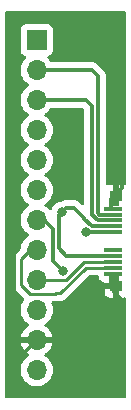
<source format=gbr>
%TF.GenerationSoftware,KiCad,Pcbnew,6.99.0-0efc1149af*%
%TF.CreationDate,2023-04-03T21:00:14+02:00*%
%TF.ProjectId,usbarmory-breakout,75736261-726d-46f7-9279-2d627265616b,rev?*%
%TF.SameCoordinates,Original*%
%TF.FileFunction,Copper,L2,Bot*%
%TF.FilePolarity,Positive*%
%FSLAX46Y46*%
G04 Gerber Fmt 4.6, Leading zero omitted, Abs format (unit mm)*
G04 Created by KiCad (PCBNEW 6.99.0-0efc1149af) date 2023-04-03 21:00:14*
%MOMM*%
%LPD*%
G01*
G04 APERTURE LIST*
%TA.AperFunction,ComponentPad*%
%ADD10R,1.700000X1.700000*%
%TD*%
%TA.AperFunction,ComponentPad*%
%ADD11O,1.700000X1.700000*%
%TD*%
%TA.AperFunction,SMDPad,CuDef*%
%ADD12R,1.500000X0.350000*%
%TD*%
%TA.AperFunction,SMDPad,CuDef*%
%ADD13R,1.000000X0.900000*%
%TD*%
%TA.AperFunction,ViaPad*%
%ADD14C,0.800000*%
%TD*%
%TA.AperFunction,Conductor*%
%ADD15C,0.300000*%
%TD*%
%TA.AperFunction,Conductor*%
%ADD16C,0.250000*%
%TD*%
G04 APERTURE END LIST*
D10*
%TO.P,J1,1,Pin_1*%
%TO.N,/SDCS*%
X190270999Y-64136999D03*
D11*
%TO.P,J1,2,Pin_2*%
%TO.N,N/C*%
X190270999Y-66676999D03*
%TO.P,J1,3,Pin_3*%
X190270999Y-69216999D03*
%TO.P,J1,4,Pin_4*%
%TO.N,/BLK*%
X190270999Y-71756999D03*
%TO.P,J1,5,Pin_5*%
%TO.N,N/C*%
X190270999Y-74296999D03*
%TO.P,J1,6,Pin_6*%
X190270999Y-76836999D03*
%TO.P,J1,7,Pin_7*%
X190270999Y-79376999D03*
%TO.P,J1,8,Pin_8*%
X190270999Y-81916999D03*
%TO.P,J1,9,Pin_9*%
X190270999Y-84456999D03*
%TO.P,J1,10,Pin_10*%
X190270999Y-86996999D03*
%TO.P,J1,11,Pin_11*%
%TO.N,GND*%
X190270999Y-89536999D03*
%TO.P,J1,12,Pin_12*%
%TO.N,USB_5V*%
X190270999Y-92076999D03*
%TD*%
D12*
%TO.P,U1,B1,GND*%
%TO.N,GND*%
X196772999Y-78414999D03*
%TO.P,U1,B2,TX2+*%
%TO.N,INT*%
X196772999Y-78914999D03*
%TO.P,U1,B3,TX2-*%
%TO.N,TOUCH_CS*%
X196772999Y-79414999D03*
%TO.P,U1,B4,VBUS*%
%TO.N,USB_5V*%
X196772999Y-79914999D03*
%TO.P,U1,B5,VCONN*%
%TO.N,Net-(U1-VCONN)*%
X196772999Y-80414999D03*
%TO.P,U1,B8,SBU2*%
%TO.N,unconnected-(U1-SBU2)*%
X196772999Y-81914999D03*
%TO.P,U1,B9,VBUS*%
%TO.N,USB_5V*%
X196772999Y-82414999D03*
%TO.P,U1,B10,RX1-*%
%TO.N,MISO*%
X196772999Y-82914999D03*
%TO.P,U1,B11,RX1+*%
%TO.N,MOSI*%
X196772999Y-83414999D03*
%TO.P,U1,B12,GND*%
%TO.N,GND*%
X196772999Y-83914999D03*
D13*
%TO.P,U1,S,S*%
X197022999Y-84989999D03*
X197022999Y-77339999D03*
%TD*%
D14*
%TO.N,CS*%
X192492122Y-83701622D03*
%TO.N,USB_5V*%
X192405000Y-78740000D03*
%TO.N,Net-(U1-VCONN)*%
X194437000Y-80391000D03*
%TD*%
D15*
%TO.N,INT*%
X196596000Y-78915000D02*
X195571000Y-78915000D01*
X195453000Y-67183000D02*
X194947000Y-66677000D01*
X194947000Y-66677000D02*
X190271000Y-66677000D01*
X195453000Y-78797000D02*
X195453000Y-67183000D01*
X195571000Y-78915000D02*
X195453000Y-78797000D01*
%TO.N,TOUCH_CS*%
X195434604Y-79415000D02*
X194945000Y-78925396D01*
X196596000Y-79415000D02*
X195434604Y-79415000D01*
X194945000Y-69723000D02*
X194439000Y-69217000D01*
X194439000Y-69217000D02*
X190271000Y-69217000D01*
X194945000Y-78925396D02*
X194945000Y-69723000D01*
%TO.N,GND*%
X196846000Y-84990000D02*
X196846000Y-85467000D01*
X197358000Y-85979000D02*
X197358000Y-93599000D01*
X196846000Y-85467000D02*
X197358000Y-85979000D01*
X188341000Y-91467000D02*
X190271000Y-89537000D01*
X188341000Y-93853000D02*
X188341000Y-91467000D01*
X196596000Y-84740000D02*
X196846000Y-84990000D01*
X188722000Y-62103000D02*
X188341000Y-62484000D01*
X196596000Y-77590000D02*
X196846000Y-77340000D01*
X196977000Y-62103000D02*
X188722000Y-62103000D01*
X197358000Y-93599000D02*
X196850000Y-94107000D01*
X197485000Y-62611000D02*
X196977000Y-62103000D01*
X196596000Y-78415000D02*
X196596000Y-77590000D01*
X196596000Y-83915000D02*
X196596000Y-84740000D01*
X197485000Y-76701000D02*
X197485000Y-62611000D01*
X188595000Y-94107000D02*
X188341000Y-93853000D01*
X196846000Y-77340000D02*
X197485000Y-76701000D01*
X188341000Y-62484000D02*
X188341000Y-91467000D01*
X196850000Y-94107000D02*
X188595000Y-94107000D01*
%TO.N,CS*%
X192492122Y-83701622D02*
X191643000Y-82852500D01*
X191643000Y-80137000D02*
X190883000Y-79377000D01*
X190883000Y-79377000D02*
X190271000Y-79377000D01*
X191643000Y-82852500D02*
X191643000Y-80137000D01*
D16*
%TO.N,MOSI*%
X188976000Y-84869000D02*
X188976000Y-82677000D01*
X189739000Y-85632000D02*
X188976000Y-84869000D01*
X196773000Y-83415000D02*
X194440445Y-83415000D01*
X189736000Y-81917000D02*
X190271000Y-81917000D01*
X191863000Y-85632000D02*
X189739000Y-85632000D01*
X192257445Y-85598000D02*
X191897000Y-85598000D01*
X194440445Y-83415000D02*
X192257445Y-85598000D01*
X191897000Y-85598000D02*
X191863000Y-85632000D01*
X188976000Y-82677000D02*
X189736000Y-81917000D01*
D15*
%TO.N,USB_5V*%
X192786000Y-82423000D02*
X192151000Y-81788000D01*
X196596000Y-82415000D02*
X195571000Y-82415000D01*
X192151000Y-81788000D02*
X192151000Y-78994000D01*
X194296975Y-79261025D02*
X194156950Y-79121000D01*
X193421000Y-78359000D02*
X194296975Y-79234975D01*
X192405000Y-78740000D02*
X192786000Y-78359000D01*
X196596000Y-79915000D02*
X194950950Y-79915000D01*
X194296975Y-79234975D02*
X194296975Y-79261025D01*
X195571000Y-82415000D02*
X195563000Y-82423000D01*
X192151000Y-78994000D02*
X192405000Y-78740000D01*
X192786000Y-78359000D02*
X193421000Y-78359000D01*
X194950950Y-79915000D02*
X194296975Y-79261025D01*
X195563000Y-82423000D02*
X192786000Y-82423000D01*
D16*
%TO.N,MISO*%
X192762049Y-84457000D02*
X190271000Y-84457000D01*
D15*
X190665622Y-84851622D02*
X190271000Y-84457000D01*
D16*
X196773000Y-82915000D02*
X194304049Y-82915000D01*
X194304049Y-82915000D02*
X192762049Y-84457000D01*
D15*
%TO.N,Net-(U1-VCONN)*%
X194461000Y-80415000D02*
X194437000Y-80391000D01*
X196596000Y-80415000D02*
X194461000Y-80415000D01*
%TD*%
%TA.AperFunction,Conductor*%
%TO.N,GND*%
G36*
X197807621Y-61742502D02*
G01*
X197854114Y-61796158D01*
X197865500Y-61848500D01*
X197865500Y-76294086D01*
X197845498Y-76362207D01*
X197791842Y-76408700D01*
X197721568Y-76418804D01*
X197695468Y-76412142D01*
X197639478Y-76391259D01*
X197624257Y-76387662D01*
X197574938Y-76382360D01*
X197568223Y-76382000D01*
X197295115Y-76382000D01*
X197279876Y-76386475D01*
X197278671Y-76387865D01*
X197277000Y-76395548D01*
X197277000Y-78105500D01*
X197256998Y-78173621D01*
X197203342Y-78220114D01*
X197151000Y-78231500D01*
X196724000Y-78231500D01*
X196655879Y-78211498D01*
X196609386Y-78157842D01*
X196598000Y-78105500D01*
X196598000Y-77818000D01*
X196618002Y-77749879D01*
X196671658Y-77703386D01*
X196724000Y-77692000D01*
X196750885Y-77692000D01*
X196766124Y-77687525D01*
X196767329Y-77686135D01*
X196769000Y-77678452D01*
X196769000Y-76400115D01*
X196764525Y-76384876D01*
X196763135Y-76383671D01*
X196755452Y-76382000D01*
X196477777Y-76382000D01*
X196471062Y-76382360D01*
X196421743Y-76387662D01*
X196406525Y-76391259D01*
X196281533Y-76437878D01*
X196210717Y-76442943D01*
X196148405Y-76408917D01*
X196114380Y-76346605D01*
X196111500Y-76319822D01*
X196111500Y-67265056D01*
X196112059Y-67253200D01*
X196112059Y-67253197D01*
X196113788Y-67245463D01*
X196111562Y-67174631D01*
X196111500Y-67170673D01*
X196111500Y-67141568D01*
X196110944Y-67137168D01*
X196110012Y-67125330D01*
X196108811Y-67087094D01*
X196108562Y-67079169D01*
X196102580Y-67058579D01*
X196098570Y-67039216D01*
X196096875Y-67025796D01*
X196096875Y-67025795D01*
X196095882Y-67017936D01*
X196092966Y-67010571D01*
X196092965Y-67010567D01*
X196078874Y-66974979D01*
X196075035Y-66963769D01*
X196062145Y-66919400D01*
X196051225Y-66900935D01*
X196042534Y-66883195D01*
X196034635Y-66863244D01*
X196007482Y-66825871D01*
X196000967Y-66815952D01*
X195981493Y-66783023D01*
X195981490Y-66783019D01*
X195977453Y-66776193D01*
X195962289Y-66761029D01*
X195949448Y-66745995D01*
X195941501Y-66735057D01*
X195936841Y-66728643D01*
X195901247Y-66699197D01*
X195892468Y-66691208D01*
X195470655Y-66269395D01*
X195462665Y-66260615D01*
X195462663Y-66260613D01*
X195458416Y-66253920D01*
X195406742Y-66205395D01*
X195403901Y-66202641D01*
X195383333Y-66182073D01*
X195379826Y-66179353D01*
X195370804Y-66171647D01*
X195342913Y-66145456D01*
X195337133Y-66140028D01*
X195330181Y-66136206D01*
X195318342Y-66129697D01*
X195301818Y-66118843D01*
X195291132Y-66110555D01*
X195284868Y-66105696D01*
X195277596Y-66102549D01*
X195277594Y-66102548D01*
X195242465Y-66087346D01*
X195231805Y-66082124D01*
X195198284Y-66063695D01*
X195198282Y-66063694D01*
X195191337Y-66059876D01*
X195170559Y-66054541D01*
X195151869Y-66048142D01*
X195132176Y-66039620D01*
X195086552Y-66032394D01*
X195074929Y-66029987D01*
X195046928Y-66022798D01*
X195030188Y-66018500D01*
X195008741Y-66018500D01*
X194989031Y-66016949D01*
X194975677Y-66014834D01*
X194967848Y-66013594D01*
X194921859Y-66017941D01*
X194910004Y-66018500D01*
X191531704Y-66018500D01*
X191463583Y-65998498D01*
X191426221Y-65961415D01*
X191349573Y-65844095D01*
X191349570Y-65844091D01*
X191346722Y-65839732D01*
X191343197Y-65835903D01*
X191343194Y-65835899D01*
X191203525Y-65684180D01*
X191172104Y-65620515D01*
X191180091Y-65549969D01*
X191224949Y-65494940D01*
X191252191Y-65480787D01*
X191367204Y-65437889D01*
X191484261Y-65350261D01*
X191571889Y-65233204D01*
X191622989Y-65096201D01*
X191629500Y-65035638D01*
X191629500Y-63238362D01*
X191622989Y-63177799D01*
X191571889Y-63040796D01*
X191484261Y-62923739D01*
X191367204Y-62836111D01*
X191230201Y-62785011D01*
X191193295Y-62781043D01*
X191172988Y-62778860D01*
X191172985Y-62778860D01*
X191169638Y-62778500D01*
X189372362Y-62778500D01*
X189369015Y-62778860D01*
X189369012Y-62778860D01*
X189348705Y-62781043D01*
X189311799Y-62785011D01*
X189174796Y-62836111D01*
X189057739Y-62923739D01*
X188970111Y-63040796D01*
X188919011Y-63177799D01*
X188912500Y-63238362D01*
X188912500Y-65035638D01*
X188919011Y-65096201D01*
X188970111Y-65233204D01*
X189057739Y-65350261D01*
X189174796Y-65437889D01*
X189289808Y-65480787D01*
X189346642Y-65523333D01*
X189371453Y-65589853D01*
X189356361Y-65659227D01*
X189338475Y-65684180D01*
X189198806Y-65835899D01*
X189198803Y-65835903D01*
X189195278Y-65839732D01*
X189192428Y-65844095D01*
X189192427Y-65844096D01*
X189077195Y-66020472D01*
X189072140Y-66028209D01*
X189070048Y-66032978D01*
X189070046Y-66032982D01*
X189023092Y-66140028D01*
X188981704Y-66234384D01*
X188926436Y-66452632D01*
X188907844Y-66677000D01*
X188908274Y-66682189D01*
X188923888Y-66870613D01*
X188926436Y-66901368D01*
X188927717Y-66906426D01*
X188927717Y-66906427D01*
X188966249Y-67058584D01*
X188981704Y-67119616D01*
X189072140Y-67325791D01*
X189074990Y-67330153D01*
X189074992Y-67330157D01*
X189132942Y-67418855D01*
X189195278Y-67514268D01*
X189198803Y-67518097D01*
X189198806Y-67518101D01*
X189300360Y-67628417D01*
X189347760Y-67679906D01*
X189525424Y-67818189D01*
X189530005Y-67820668D01*
X189558680Y-67836186D01*
X189609071Y-67886199D01*
X189624423Y-67955516D01*
X189599863Y-68022129D01*
X189558681Y-68057813D01*
X189525424Y-68075811D01*
X189347760Y-68214094D01*
X189344228Y-68217931D01*
X189198806Y-68375899D01*
X189198803Y-68375903D01*
X189195278Y-68379732D01*
X189192428Y-68384095D01*
X189192427Y-68384096D01*
X189077195Y-68560472D01*
X189072140Y-68568209D01*
X189070048Y-68572978D01*
X189070046Y-68572982D01*
X189047234Y-68624990D01*
X188981704Y-68774384D01*
X188926436Y-68992632D01*
X188907844Y-69217000D01*
X188926436Y-69441368D01*
X188981704Y-69659616D01*
X189072140Y-69865791D01*
X189074990Y-69870153D01*
X189074992Y-69870157D01*
X189132942Y-69958855D01*
X189195278Y-70054268D01*
X189198803Y-70058097D01*
X189198806Y-70058101D01*
X189300360Y-70168417D01*
X189347760Y-70219906D01*
X189525424Y-70358189D01*
X189530005Y-70360668D01*
X189558680Y-70376186D01*
X189609071Y-70426199D01*
X189624423Y-70495516D01*
X189599863Y-70562129D01*
X189558681Y-70597813D01*
X189525424Y-70615811D01*
X189347760Y-70754094D01*
X189344228Y-70757931D01*
X189198806Y-70915899D01*
X189198803Y-70915903D01*
X189195278Y-70919732D01*
X189072140Y-71108209D01*
X188981704Y-71314384D01*
X188926436Y-71532632D01*
X188907844Y-71757000D01*
X188926436Y-71981368D01*
X188981704Y-72199616D01*
X189072140Y-72405791D01*
X189195278Y-72594268D01*
X189198803Y-72598097D01*
X189198806Y-72598101D01*
X189300360Y-72708417D01*
X189347760Y-72759906D01*
X189525424Y-72898189D01*
X189530005Y-72900668D01*
X189558680Y-72916186D01*
X189609071Y-72966199D01*
X189624423Y-73035516D01*
X189599863Y-73102129D01*
X189558681Y-73137813D01*
X189525424Y-73155811D01*
X189347760Y-73294094D01*
X189344228Y-73297931D01*
X189198806Y-73455899D01*
X189198803Y-73455903D01*
X189195278Y-73459732D01*
X189072140Y-73648209D01*
X188981704Y-73854384D01*
X188926436Y-74072632D01*
X188907844Y-74297000D01*
X188926436Y-74521368D01*
X188981704Y-74739616D01*
X189072140Y-74945791D01*
X189195278Y-75134268D01*
X189198803Y-75138097D01*
X189198806Y-75138101D01*
X189300360Y-75248417D01*
X189347760Y-75299906D01*
X189525424Y-75438189D01*
X189530005Y-75440668D01*
X189558680Y-75456186D01*
X189609071Y-75506199D01*
X189624423Y-75575516D01*
X189599863Y-75642129D01*
X189558681Y-75677813D01*
X189525424Y-75695811D01*
X189347760Y-75834094D01*
X189344228Y-75837931D01*
X189198806Y-75995899D01*
X189198803Y-75995903D01*
X189195278Y-75999732D01*
X189072140Y-76188209D01*
X188981704Y-76394384D01*
X188926436Y-76612632D01*
X188907844Y-76837000D01*
X188926436Y-77061368D01*
X188981704Y-77279616D01*
X189072140Y-77485791D01*
X189195278Y-77674268D01*
X189198803Y-77678097D01*
X189198806Y-77678101D01*
X189280635Y-77766990D01*
X189347760Y-77839906D01*
X189351879Y-77843112D01*
X189487771Y-77948882D01*
X189525424Y-77978189D01*
X189545494Y-77989050D01*
X189558680Y-77996186D01*
X189609071Y-78046199D01*
X189624423Y-78115516D01*
X189599863Y-78182129D01*
X189558681Y-78217813D01*
X189525424Y-78235811D01*
X189347760Y-78374094D01*
X189344228Y-78377931D01*
X189198806Y-78535899D01*
X189198803Y-78535903D01*
X189195278Y-78539732D01*
X189072140Y-78728209D01*
X188981704Y-78934384D01*
X188926436Y-79152632D01*
X188926006Y-79157823D01*
X188926005Y-79157828D01*
X188916609Y-79271226D01*
X188907844Y-79377000D01*
X188908274Y-79382189D01*
X188923432Y-79565114D01*
X188926436Y-79601368D01*
X188927717Y-79606426D01*
X188927717Y-79606427D01*
X188950044Y-79694592D01*
X188981704Y-79819616D01*
X188996811Y-79854056D01*
X189066846Y-80013721D01*
X189072140Y-80025791D01*
X189074990Y-80030153D01*
X189074992Y-80030157D01*
X189163090Y-80165000D01*
X189195278Y-80214268D01*
X189198803Y-80218097D01*
X189198806Y-80218101D01*
X189300360Y-80328417D01*
X189347760Y-80379906D01*
X189525424Y-80518189D01*
X189530005Y-80520668D01*
X189558680Y-80536186D01*
X189609071Y-80586199D01*
X189624423Y-80655516D01*
X189599863Y-80722129D01*
X189558681Y-80757813D01*
X189525424Y-80775811D01*
X189347760Y-80914094D01*
X189344228Y-80917931D01*
X189198806Y-81075899D01*
X189198803Y-81075903D01*
X189195278Y-81079732D01*
X189192427Y-81084096D01*
X189077638Y-81259794D01*
X189072140Y-81268209D01*
X189070048Y-81272978D01*
X189070046Y-81272982D01*
X189058034Y-81300368D01*
X188981704Y-81474384D01*
X188926436Y-81692632D01*
X188921015Y-81758052D01*
X188917779Y-81797102D01*
X188892219Y-81863338D01*
X188881304Y-81875791D01*
X188583747Y-82173348D01*
X188575461Y-82180888D01*
X188568982Y-82185000D01*
X188563557Y-82190777D01*
X188522357Y-82234651D01*
X188519602Y-82237493D01*
X188499865Y-82257230D01*
X188497385Y-82260427D01*
X188489682Y-82269447D01*
X188459414Y-82301679D01*
X188455595Y-82308625D01*
X188455593Y-82308628D01*
X188449652Y-82319434D01*
X188438801Y-82335953D01*
X188426386Y-82351959D01*
X188423241Y-82359228D01*
X188423238Y-82359232D01*
X188408826Y-82392537D01*
X188403609Y-82403187D01*
X188382305Y-82441940D01*
X188380334Y-82449615D01*
X188380334Y-82449616D01*
X188377267Y-82461562D01*
X188370863Y-82480266D01*
X188362819Y-82498855D01*
X188361580Y-82506678D01*
X188361577Y-82506688D01*
X188355901Y-82542524D01*
X188353495Y-82554144D01*
X188342500Y-82596970D01*
X188342500Y-82617224D01*
X188340949Y-82636934D01*
X188337780Y-82656943D01*
X188338526Y-82664835D01*
X188341941Y-82700961D01*
X188342500Y-82712819D01*
X188342500Y-84790233D01*
X188341973Y-84801416D01*
X188340298Y-84808909D01*
X188340547Y-84816835D01*
X188340547Y-84816836D01*
X188342438Y-84876986D01*
X188342500Y-84880945D01*
X188342500Y-84908856D01*
X188342997Y-84912790D01*
X188342997Y-84912791D01*
X188343005Y-84912856D01*
X188343938Y-84924693D01*
X188345327Y-84968889D01*
X188350978Y-84988339D01*
X188354987Y-85007700D01*
X188357526Y-85027797D01*
X188360445Y-85035168D01*
X188360445Y-85035170D01*
X188373804Y-85068912D01*
X188377649Y-85080142D01*
X188389982Y-85122593D01*
X188394015Y-85129412D01*
X188394017Y-85129417D01*
X188400293Y-85140028D01*
X188408988Y-85157776D01*
X188416448Y-85176617D01*
X188421110Y-85183033D01*
X188421110Y-85183034D01*
X188442436Y-85212387D01*
X188448952Y-85222307D01*
X188462770Y-85245671D01*
X188471458Y-85260362D01*
X188485779Y-85274683D01*
X188498619Y-85289716D01*
X188510528Y-85306107D01*
X188542413Y-85332484D01*
X188544593Y-85334288D01*
X188553374Y-85342278D01*
X189193936Y-85982841D01*
X189227961Y-86045153D01*
X189222896Y-86115969D01*
X189201266Y-86151204D01*
X189202010Y-86151783D01*
X189198807Y-86155899D01*
X189195278Y-86159732D01*
X189192427Y-86164096D01*
X189123182Y-86270084D01*
X189072140Y-86348209D01*
X188981704Y-86554384D01*
X188926436Y-86772632D01*
X188907844Y-86997000D01*
X188926436Y-87221368D01*
X188981704Y-87439616D01*
X189072140Y-87645791D01*
X189195278Y-87834268D01*
X189198803Y-87838097D01*
X189198806Y-87838101D01*
X189300360Y-87948417D01*
X189347760Y-87999906D01*
X189525424Y-88138189D01*
X189559208Y-88156472D01*
X189609597Y-88206485D01*
X189624949Y-88275802D01*
X189600388Y-88342415D01*
X189559206Y-88378099D01*
X189530281Y-88393752D01*
X189521589Y-88399431D01*
X189352211Y-88531263D01*
X189344568Y-88538300D01*
X189199210Y-88696201D01*
X189192823Y-88704407D01*
X189075431Y-88884087D01*
X189070488Y-88893222D01*
X188984270Y-89089777D01*
X188980900Y-89099592D01*
X188938903Y-89265439D01*
X188939433Y-89279530D01*
X188947855Y-89283000D01*
X191589429Y-89283000D01*
X191602960Y-89279027D01*
X191604256Y-89270014D01*
X191561100Y-89099592D01*
X191557730Y-89089777D01*
X191471512Y-88893222D01*
X191466569Y-88884087D01*
X191349177Y-88704407D01*
X191342790Y-88696201D01*
X191197432Y-88538300D01*
X191189789Y-88531263D01*
X191020411Y-88399431D01*
X191011719Y-88393752D01*
X190982794Y-88378099D01*
X190932403Y-88328086D01*
X190917051Y-88258769D01*
X190941612Y-88192156D01*
X190982792Y-88156472D01*
X191016576Y-88138189D01*
X191194240Y-87999906D01*
X191241640Y-87948417D01*
X191343194Y-87838101D01*
X191343197Y-87838097D01*
X191346722Y-87834268D01*
X191469860Y-87645791D01*
X191560296Y-87439616D01*
X191615564Y-87221368D01*
X191634156Y-86997000D01*
X191615564Y-86772632D01*
X191560296Y-86554384D01*
X191511050Y-86442113D01*
X191502004Y-86371695D01*
X191532465Y-86307565D01*
X191592761Y-86270084D01*
X191626438Y-86265500D01*
X191784233Y-86265500D01*
X191795416Y-86266027D01*
X191802909Y-86267702D01*
X191810835Y-86267453D01*
X191810836Y-86267453D01*
X191870986Y-86265562D01*
X191874945Y-86265500D01*
X191902856Y-86265500D01*
X191906791Y-86265003D01*
X191906856Y-86264995D01*
X191918693Y-86264062D01*
X191950951Y-86263048D01*
X191954970Y-86262922D01*
X191962889Y-86262673D01*
X191982343Y-86257021D01*
X192001700Y-86253013D01*
X192013930Y-86251468D01*
X192013931Y-86251468D01*
X192021797Y-86250474D01*
X192047372Y-86240348D01*
X192093756Y-86231500D01*
X192178678Y-86231500D01*
X192189861Y-86232027D01*
X192197354Y-86233702D01*
X192205280Y-86233453D01*
X192205281Y-86233453D01*
X192265431Y-86231562D01*
X192269390Y-86231500D01*
X192297301Y-86231500D01*
X192301236Y-86231003D01*
X192301301Y-86230995D01*
X192313138Y-86230062D01*
X192345396Y-86229048D01*
X192349415Y-86228922D01*
X192357334Y-86228673D01*
X192376788Y-86223021D01*
X192396145Y-86219013D01*
X192408375Y-86217468D01*
X192408376Y-86217468D01*
X192416242Y-86216474D01*
X192423613Y-86213555D01*
X192423615Y-86213555D01*
X192457357Y-86200196D01*
X192468587Y-86196351D01*
X192503428Y-86186229D01*
X192503429Y-86186229D01*
X192511038Y-86184018D01*
X192517857Y-86179985D01*
X192517862Y-86179983D01*
X192528473Y-86173707D01*
X192546221Y-86165012D01*
X192565062Y-86157552D01*
X192573003Y-86151783D01*
X192600832Y-86131564D01*
X192610752Y-86125048D01*
X192641980Y-86106580D01*
X192641983Y-86106578D01*
X192648807Y-86102542D01*
X192663128Y-86088221D01*
X192678162Y-86075380D01*
X192688139Y-86068131D01*
X192694552Y-86063472D01*
X192722743Y-86029395D01*
X192730733Y-86020616D01*
X193266126Y-85485223D01*
X196015000Y-85485223D01*
X196015360Y-85491938D01*
X196020662Y-85541257D01*
X196024259Y-85556478D01*
X196069405Y-85677520D01*
X196077954Y-85693176D01*
X196154698Y-85795693D01*
X196167307Y-85808302D01*
X196269824Y-85885046D01*
X196285480Y-85893595D01*
X196406522Y-85938741D01*
X196421743Y-85942338D01*
X196471062Y-85947640D01*
X196477777Y-85948000D01*
X196750885Y-85948000D01*
X196766124Y-85943525D01*
X196767329Y-85942135D01*
X196769000Y-85934452D01*
X196769000Y-85262115D01*
X196764525Y-85246876D01*
X196763135Y-85245671D01*
X196755452Y-85244000D01*
X196033115Y-85244000D01*
X196017876Y-85248475D01*
X196016671Y-85249865D01*
X196015000Y-85257548D01*
X196015000Y-85485223D01*
X193266126Y-85485223D01*
X194665944Y-84085405D01*
X194728256Y-84051379D01*
X194755039Y-84048500D01*
X195392135Y-84048500D01*
X195460256Y-84068502D01*
X195506749Y-84122158D01*
X195517413Y-84161032D01*
X195520662Y-84191257D01*
X195524259Y-84206478D01*
X195569405Y-84327520D01*
X195577954Y-84343176D01*
X195654698Y-84445693D01*
X195667307Y-84458302D01*
X195769824Y-84535046D01*
X195785480Y-84543595D01*
X195906518Y-84588740D01*
X195917973Y-84591446D01*
X195979669Y-84626576D01*
X196012578Y-84689485D01*
X196015000Y-84714070D01*
X196015000Y-84717885D01*
X196019475Y-84733124D01*
X196020865Y-84734329D01*
X196028548Y-84736000D01*
X196750885Y-84736000D01*
X196766124Y-84731525D01*
X196767329Y-84730135D01*
X196769000Y-84722452D01*
X196769000Y-84656115D01*
X196764525Y-84640876D01*
X196763135Y-84639671D01*
X196755452Y-84638000D01*
X196724000Y-84638000D01*
X196655879Y-84617998D01*
X196609386Y-84564342D01*
X196598000Y-84512000D01*
X196598000Y-84224500D01*
X196618002Y-84156379D01*
X196671658Y-84109886D01*
X196724000Y-84098500D01*
X197151000Y-84098500D01*
X197219121Y-84118502D01*
X197265614Y-84172158D01*
X197277000Y-84224500D01*
X197277000Y-85929885D01*
X197281475Y-85945124D01*
X197282865Y-85946329D01*
X197290548Y-85948000D01*
X197568223Y-85948000D01*
X197574938Y-85947640D01*
X197624257Y-85942338D01*
X197639478Y-85938741D01*
X197695468Y-85917858D01*
X197766284Y-85912794D01*
X197828596Y-85946819D01*
X197862621Y-86009131D01*
X197865500Y-86035914D01*
X197865500Y-94361500D01*
X197845498Y-94429621D01*
X197791842Y-94476114D01*
X197739500Y-94487500D01*
X187705500Y-94487500D01*
X187637379Y-94467498D01*
X187590886Y-94413842D01*
X187579500Y-94361500D01*
X187579500Y-92077000D01*
X188907844Y-92077000D01*
X188926436Y-92301368D01*
X188981704Y-92519616D01*
X189072140Y-92725791D01*
X189195278Y-92914268D01*
X189198803Y-92918097D01*
X189198806Y-92918101D01*
X189300360Y-93028417D01*
X189347760Y-93079906D01*
X189525424Y-93218189D01*
X189723426Y-93325342D01*
X189936365Y-93398444D01*
X189941499Y-93399301D01*
X189941504Y-93399302D01*
X190153294Y-93434643D01*
X190153296Y-93434643D01*
X190158431Y-93435500D01*
X190383569Y-93435500D01*
X190388704Y-93434643D01*
X190388706Y-93434643D01*
X190600496Y-93399302D01*
X190600501Y-93399301D01*
X190605635Y-93398444D01*
X190818574Y-93325342D01*
X191016576Y-93218189D01*
X191194240Y-93079906D01*
X191241640Y-93028417D01*
X191343194Y-92918101D01*
X191343197Y-92918097D01*
X191346722Y-92914268D01*
X191469860Y-92725791D01*
X191560296Y-92519616D01*
X191615564Y-92301368D01*
X191634156Y-92077000D01*
X191615564Y-91852632D01*
X191560296Y-91634384D01*
X191469860Y-91428209D01*
X191346722Y-91239732D01*
X191343197Y-91235903D01*
X191343194Y-91235899D01*
X191197772Y-91077931D01*
X191194240Y-91074094D01*
X191016576Y-90935811D01*
X190982792Y-90917528D01*
X190932403Y-90867515D01*
X190917051Y-90798198D01*
X190941612Y-90731585D01*
X190982794Y-90695901D01*
X191011719Y-90680248D01*
X191020411Y-90674569D01*
X191189789Y-90542737D01*
X191197432Y-90535700D01*
X191342790Y-90377799D01*
X191349177Y-90369593D01*
X191466569Y-90189913D01*
X191471512Y-90180778D01*
X191557730Y-89984223D01*
X191561100Y-89974408D01*
X191603097Y-89808561D01*
X191602567Y-89794470D01*
X191594145Y-89791000D01*
X188952571Y-89791000D01*
X188939040Y-89794973D01*
X188937744Y-89803986D01*
X188980900Y-89974408D01*
X188984270Y-89984223D01*
X189070488Y-90180778D01*
X189075431Y-90189913D01*
X189192823Y-90369593D01*
X189199210Y-90377799D01*
X189344568Y-90535700D01*
X189352211Y-90542737D01*
X189521589Y-90674569D01*
X189530281Y-90680248D01*
X189559206Y-90695901D01*
X189609597Y-90745914D01*
X189624949Y-90815231D01*
X189600388Y-90881844D01*
X189559208Y-90917528D01*
X189525424Y-90935811D01*
X189347760Y-91074094D01*
X189344228Y-91077931D01*
X189198806Y-91235899D01*
X189198803Y-91235903D01*
X189195278Y-91239732D01*
X189072140Y-91428209D01*
X188981704Y-91634384D01*
X188926436Y-91852632D01*
X188907844Y-92077000D01*
X187579500Y-92077000D01*
X187579500Y-61848500D01*
X187599502Y-61780379D01*
X187653158Y-61733886D01*
X187705500Y-61722500D01*
X197739500Y-61722500D01*
X197807621Y-61742502D01*
G37*
%TD.AperFunction*%
%TA.AperFunction,Conductor*%
G36*
X194182171Y-69895502D02*
G01*
X194203145Y-69912405D01*
X194249595Y-69958855D01*
X194283621Y-70021167D01*
X194286500Y-70047950D01*
X194286500Y-77989050D01*
X194266498Y-78057171D01*
X194212842Y-78103664D01*
X194142568Y-78113768D01*
X194077988Y-78084274D01*
X194071405Y-78078145D01*
X193944655Y-77951395D01*
X193936665Y-77942615D01*
X193936663Y-77942613D01*
X193932416Y-77935920D01*
X193880742Y-77887395D01*
X193877901Y-77884641D01*
X193857333Y-77864073D01*
X193853826Y-77861353D01*
X193844804Y-77853647D01*
X193822681Y-77832872D01*
X193811133Y-77822028D01*
X193803806Y-77818000D01*
X193792342Y-77811697D01*
X193775818Y-77800843D01*
X193765132Y-77792555D01*
X193758868Y-77787696D01*
X193751596Y-77784549D01*
X193751594Y-77784548D01*
X193716465Y-77769346D01*
X193705805Y-77764124D01*
X193672284Y-77745695D01*
X193672282Y-77745694D01*
X193665337Y-77741876D01*
X193644559Y-77736541D01*
X193625869Y-77730142D01*
X193606176Y-77721620D01*
X193560552Y-77714394D01*
X193548929Y-77711987D01*
X193514661Y-77703189D01*
X193504188Y-77700500D01*
X193482741Y-77700500D01*
X193463031Y-77698949D01*
X193449677Y-77696834D01*
X193441848Y-77695594D01*
X193395859Y-77699941D01*
X193384004Y-77700500D01*
X192868056Y-77700500D01*
X192856200Y-77699941D01*
X192856197Y-77699941D01*
X192848463Y-77698212D01*
X192793446Y-77699941D01*
X192777631Y-77700438D01*
X192773673Y-77700500D01*
X192744568Y-77700500D01*
X192740168Y-77701056D01*
X192728336Y-77701988D01*
X192682169Y-77703438D01*
X192661579Y-77709420D01*
X192642218Y-77713430D01*
X192635230Y-77714312D01*
X192628796Y-77715125D01*
X192628795Y-77715125D01*
X192620936Y-77716118D01*
X192613571Y-77719034D01*
X192613567Y-77719035D01*
X192577979Y-77733126D01*
X192566769Y-77736965D01*
X192522400Y-77749855D01*
X192503943Y-77760771D01*
X192486193Y-77769466D01*
X192466244Y-77777365D01*
X192459828Y-77782026D01*
X192459827Y-77782027D01*
X192428867Y-77804520D01*
X192418955Y-77811033D01*
X192414021Y-77813950D01*
X192349877Y-77831500D01*
X192309513Y-77831500D01*
X192303061Y-77832872D01*
X192303056Y-77832872D01*
X192216112Y-77851353D01*
X192122712Y-77871206D01*
X192116682Y-77873891D01*
X192116681Y-77873891D01*
X191954278Y-77946197D01*
X191954276Y-77946198D01*
X191948248Y-77948882D01*
X191942907Y-77952762D01*
X191942906Y-77952763D01*
X191892962Y-77989050D01*
X191793747Y-78061134D01*
X191665960Y-78203056D01*
X191656112Y-78220114D01*
X191574225Y-78361946D01*
X191570473Y-78368444D01*
X191551856Y-78425741D01*
X191537554Y-78469757D01*
X191497480Y-78528362D01*
X191432083Y-78555999D01*
X191362126Y-78543892D01*
X191325020Y-78516158D01*
X191304435Y-78493796D01*
X191194240Y-78374094D01*
X191016576Y-78235811D01*
X190983320Y-78217814D01*
X190932929Y-78167801D01*
X190917577Y-78098484D01*
X190942137Y-78031871D01*
X190983320Y-77996186D01*
X190996507Y-77989050D01*
X191016576Y-77978189D01*
X191054230Y-77948882D01*
X191190121Y-77843112D01*
X191194240Y-77839906D01*
X191261365Y-77766990D01*
X191343194Y-77678101D01*
X191343197Y-77678097D01*
X191346722Y-77674268D01*
X191469860Y-77485791D01*
X191560296Y-77279616D01*
X191615564Y-77061368D01*
X191634156Y-76837000D01*
X191615564Y-76612632D01*
X191560296Y-76394384D01*
X191469860Y-76188209D01*
X191346722Y-75999732D01*
X191343197Y-75995903D01*
X191343194Y-75995899D01*
X191197772Y-75837931D01*
X191194240Y-75834094D01*
X191016576Y-75695811D01*
X190983320Y-75677814D01*
X190932929Y-75627801D01*
X190917577Y-75558484D01*
X190942137Y-75491871D01*
X190983320Y-75456186D01*
X191011995Y-75440668D01*
X191016576Y-75438189D01*
X191194240Y-75299906D01*
X191241640Y-75248417D01*
X191343194Y-75138101D01*
X191343197Y-75138097D01*
X191346722Y-75134268D01*
X191469860Y-74945791D01*
X191560296Y-74739616D01*
X191615564Y-74521368D01*
X191634156Y-74297000D01*
X191615564Y-74072632D01*
X191560296Y-73854384D01*
X191469860Y-73648209D01*
X191346722Y-73459732D01*
X191343197Y-73455903D01*
X191343194Y-73455899D01*
X191197772Y-73297931D01*
X191194240Y-73294094D01*
X191016576Y-73155811D01*
X190983320Y-73137814D01*
X190932929Y-73087801D01*
X190917577Y-73018484D01*
X190942137Y-72951871D01*
X190983320Y-72916186D01*
X191011995Y-72900668D01*
X191016576Y-72898189D01*
X191194240Y-72759906D01*
X191241640Y-72708417D01*
X191343194Y-72598101D01*
X191343197Y-72598097D01*
X191346722Y-72594268D01*
X191469860Y-72405791D01*
X191560296Y-72199616D01*
X191615564Y-71981368D01*
X191634156Y-71757000D01*
X191615564Y-71532632D01*
X191560296Y-71314384D01*
X191469860Y-71108209D01*
X191346722Y-70919732D01*
X191343197Y-70915903D01*
X191343194Y-70915899D01*
X191197772Y-70757931D01*
X191194240Y-70754094D01*
X191016576Y-70615811D01*
X190983320Y-70597814D01*
X190932929Y-70547801D01*
X190917577Y-70478484D01*
X190942137Y-70411871D01*
X190983320Y-70376186D01*
X191011995Y-70360668D01*
X191016576Y-70358189D01*
X191194240Y-70219906D01*
X191241640Y-70168417D01*
X191343194Y-70058101D01*
X191343197Y-70058097D01*
X191346722Y-70054268D01*
X191349570Y-70049909D01*
X191349573Y-70049905D01*
X191426221Y-69932585D01*
X191480224Y-69886496D01*
X191531704Y-69875500D01*
X194114050Y-69875500D01*
X194182171Y-69895502D01*
G37*
%TD.AperFunction*%
%TD*%
M02*

</source>
